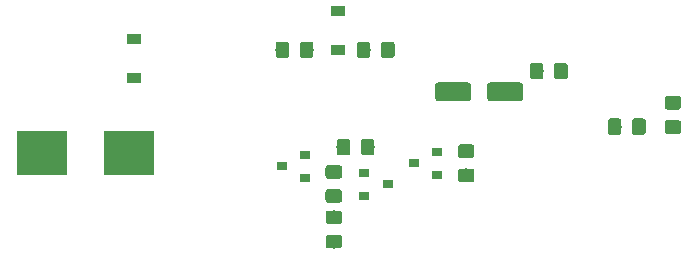
<source format=gtp>
G04 #@! TF.GenerationSoftware,KiCad,Pcbnew,5.1.2*
G04 #@! TF.CreationDate,2019-07-27T17:59:41+02:00*
G04 #@! TF.ProjectId,solarcampi,736f6c61-7263-4616-9d70-692e6b696361,C*
G04 #@! TF.SameCoordinates,Original*
G04 #@! TF.FileFunction,Paste,Top*
G04 #@! TF.FilePolarity,Positive*
%FSLAX46Y46*%
G04 Gerber Fmt 4.6, Leading zero omitted, Abs format (unit mm)*
G04 Created by KiCad (PCBNEW 5.1.2) date 2019-07-27 17:59:41*
%MOMM*%
%LPD*%
G04 APERTURE LIST*
%ADD10C,0.100000*%
%ADD11C,1.600000*%
%ADD12C,1.150000*%
%ADD13R,0.900000X0.800000*%
%ADD14R,1.200000X0.900000*%
%ADD15R,4.240000X3.810000*%
G04 APERTURE END LIST*
D10*
G36*
X92969504Y-63553204D02*
G01*
X92993773Y-63556804D01*
X93017571Y-63562765D01*
X93040671Y-63571030D01*
X93062849Y-63581520D01*
X93083893Y-63594133D01*
X93103598Y-63608747D01*
X93121777Y-63625223D01*
X93138253Y-63643402D01*
X93152867Y-63663107D01*
X93165480Y-63684151D01*
X93175970Y-63706329D01*
X93184235Y-63729429D01*
X93190196Y-63753227D01*
X93193796Y-63777496D01*
X93195000Y-63802000D01*
X93195000Y-64902000D01*
X93193796Y-64926504D01*
X93190196Y-64950773D01*
X93184235Y-64974571D01*
X93175970Y-64997671D01*
X93165480Y-65019849D01*
X93152867Y-65040893D01*
X93138253Y-65060598D01*
X93121777Y-65078777D01*
X93103598Y-65095253D01*
X93083893Y-65109867D01*
X93062849Y-65122480D01*
X93040671Y-65132970D01*
X93017571Y-65141235D01*
X92993773Y-65147196D01*
X92969504Y-65150796D01*
X92945000Y-65152000D01*
X90445000Y-65152000D01*
X90420496Y-65150796D01*
X90396227Y-65147196D01*
X90372429Y-65141235D01*
X90349329Y-65132970D01*
X90327151Y-65122480D01*
X90306107Y-65109867D01*
X90286402Y-65095253D01*
X90268223Y-65078777D01*
X90251747Y-65060598D01*
X90237133Y-65040893D01*
X90224520Y-65019849D01*
X90214030Y-64997671D01*
X90205765Y-64974571D01*
X90199804Y-64950773D01*
X90196204Y-64926504D01*
X90195000Y-64902000D01*
X90195000Y-63802000D01*
X90196204Y-63777496D01*
X90199804Y-63753227D01*
X90205765Y-63729429D01*
X90214030Y-63706329D01*
X90224520Y-63684151D01*
X90237133Y-63663107D01*
X90251747Y-63643402D01*
X90268223Y-63625223D01*
X90286402Y-63608747D01*
X90306107Y-63594133D01*
X90327151Y-63581520D01*
X90349329Y-63571030D01*
X90372429Y-63562765D01*
X90396227Y-63556804D01*
X90420496Y-63553204D01*
X90445000Y-63552000D01*
X92945000Y-63552000D01*
X92969504Y-63553204D01*
X92969504Y-63553204D01*
G37*
D11*
X91695000Y-64352000D03*
D10*
G36*
X88569504Y-63553204D02*
G01*
X88593773Y-63556804D01*
X88617571Y-63562765D01*
X88640671Y-63571030D01*
X88662849Y-63581520D01*
X88683893Y-63594133D01*
X88703598Y-63608747D01*
X88721777Y-63625223D01*
X88738253Y-63643402D01*
X88752867Y-63663107D01*
X88765480Y-63684151D01*
X88775970Y-63706329D01*
X88784235Y-63729429D01*
X88790196Y-63753227D01*
X88793796Y-63777496D01*
X88795000Y-63802000D01*
X88795000Y-64902000D01*
X88793796Y-64926504D01*
X88790196Y-64950773D01*
X88784235Y-64974571D01*
X88775970Y-64997671D01*
X88765480Y-65019849D01*
X88752867Y-65040893D01*
X88738253Y-65060598D01*
X88721777Y-65078777D01*
X88703598Y-65095253D01*
X88683893Y-65109867D01*
X88662849Y-65122480D01*
X88640671Y-65132970D01*
X88617571Y-65141235D01*
X88593773Y-65147196D01*
X88569504Y-65150796D01*
X88545000Y-65152000D01*
X86045000Y-65152000D01*
X86020496Y-65150796D01*
X85996227Y-65147196D01*
X85972429Y-65141235D01*
X85949329Y-65132970D01*
X85927151Y-65122480D01*
X85906107Y-65109867D01*
X85886402Y-65095253D01*
X85868223Y-65078777D01*
X85851747Y-65060598D01*
X85837133Y-65040893D01*
X85824520Y-65019849D01*
X85814030Y-64997671D01*
X85805765Y-64974571D01*
X85799804Y-64950773D01*
X85796204Y-64926504D01*
X85795000Y-64902000D01*
X85795000Y-63802000D01*
X85796204Y-63777496D01*
X85799804Y-63753227D01*
X85805765Y-63729429D01*
X85814030Y-63706329D01*
X85824520Y-63684151D01*
X85837133Y-63663107D01*
X85851747Y-63643402D01*
X85868223Y-63625223D01*
X85886402Y-63608747D01*
X85906107Y-63594133D01*
X85927151Y-63581520D01*
X85949329Y-63571030D01*
X85972429Y-63562765D01*
X85996227Y-63556804D01*
X86020496Y-63553204D01*
X86045000Y-63552000D01*
X88545000Y-63552000D01*
X88569504Y-63553204D01*
X88569504Y-63553204D01*
G37*
D11*
X87295000Y-64352000D03*
D10*
G36*
X80414505Y-68341204D02*
G01*
X80438773Y-68344804D01*
X80462572Y-68350765D01*
X80485671Y-68359030D01*
X80507850Y-68369520D01*
X80528893Y-68382132D01*
X80548599Y-68396747D01*
X80566777Y-68413223D01*
X80583253Y-68431401D01*
X80597868Y-68451107D01*
X80610480Y-68472150D01*
X80620970Y-68494329D01*
X80629235Y-68517428D01*
X80635196Y-68541227D01*
X80638796Y-68565495D01*
X80640000Y-68589999D01*
X80640000Y-69490001D01*
X80638796Y-69514505D01*
X80635196Y-69538773D01*
X80629235Y-69562572D01*
X80620970Y-69585671D01*
X80610480Y-69607850D01*
X80597868Y-69628893D01*
X80583253Y-69648599D01*
X80566777Y-69666777D01*
X80548599Y-69683253D01*
X80528893Y-69697868D01*
X80507850Y-69710480D01*
X80485671Y-69720970D01*
X80462572Y-69729235D01*
X80438773Y-69735196D01*
X80414505Y-69738796D01*
X80390001Y-69740000D01*
X79739999Y-69740000D01*
X79715495Y-69738796D01*
X79691227Y-69735196D01*
X79667428Y-69729235D01*
X79644329Y-69720970D01*
X79622150Y-69710480D01*
X79601107Y-69697868D01*
X79581401Y-69683253D01*
X79563223Y-69666777D01*
X79546747Y-69648599D01*
X79532132Y-69628893D01*
X79519520Y-69607850D01*
X79509030Y-69585671D01*
X79500765Y-69562572D01*
X79494804Y-69538773D01*
X79491204Y-69514505D01*
X79490000Y-69490001D01*
X79490000Y-68589999D01*
X79491204Y-68565495D01*
X79494804Y-68541227D01*
X79500765Y-68517428D01*
X79509030Y-68494329D01*
X79519520Y-68472150D01*
X79532132Y-68451107D01*
X79546747Y-68431401D01*
X79563223Y-68413223D01*
X79581401Y-68396747D01*
X79601107Y-68382132D01*
X79622150Y-68369520D01*
X79644329Y-68359030D01*
X79667428Y-68350765D01*
X79691227Y-68344804D01*
X79715495Y-68341204D01*
X79739999Y-68340000D01*
X80390001Y-68340000D01*
X80414505Y-68341204D01*
X80414505Y-68341204D01*
G37*
D12*
X80065000Y-69040000D03*
D10*
G36*
X78364505Y-68341204D02*
G01*
X78388773Y-68344804D01*
X78412572Y-68350765D01*
X78435671Y-68359030D01*
X78457850Y-68369520D01*
X78478893Y-68382132D01*
X78498599Y-68396747D01*
X78516777Y-68413223D01*
X78533253Y-68431401D01*
X78547868Y-68451107D01*
X78560480Y-68472150D01*
X78570970Y-68494329D01*
X78579235Y-68517428D01*
X78585196Y-68541227D01*
X78588796Y-68565495D01*
X78590000Y-68589999D01*
X78590000Y-69490001D01*
X78588796Y-69514505D01*
X78585196Y-69538773D01*
X78579235Y-69562572D01*
X78570970Y-69585671D01*
X78560480Y-69607850D01*
X78547868Y-69628893D01*
X78533253Y-69648599D01*
X78516777Y-69666777D01*
X78498599Y-69683253D01*
X78478893Y-69697868D01*
X78457850Y-69710480D01*
X78435671Y-69720970D01*
X78412572Y-69729235D01*
X78388773Y-69735196D01*
X78364505Y-69738796D01*
X78340001Y-69740000D01*
X77689999Y-69740000D01*
X77665495Y-69738796D01*
X77641227Y-69735196D01*
X77617428Y-69729235D01*
X77594329Y-69720970D01*
X77572150Y-69710480D01*
X77551107Y-69697868D01*
X77531401Y-69683253D01*
X77513223Y-69666777D01*
X77496747Y-69648599D01*
X77482132Y-69628893D01*
X77469520Y-69607850D01*
X77459030Y-69585671D01*
X77450765Y-69562572D01*
X77444804Y-69538773D01*
X77441204Y-69514505D01*
X77440000Y-69490001D01*
X77440000Y-68589999D01*
X77441204Y-68565495D01*
X77444804Y-68541227D01*
X77450765Y-68517428D01*
X77459030Y-68494329D01*
X77469520Y-68472150D01*
X77482132Y-68451107D01*
X77496747Y-68431401D01*
X77513223Y-68413223D01*
X77531401Y-68396747D01*
X77551107Y-68382132D01*
X77572150Y-68369520D01*
X77594329Y-68359030D01*
X77617428Y-68350765D01*
X77641227Y-68344804D01*
X77665495Y-68341204D01*
X77689999Y-68340000D01*
X78340001Y-68340000D01*
X78364505Y-68341204D01*
X78364505Y-68341204D01*
G37*
D12*
X78015000Y-69040000D03*
D13*
X72790000Y-70670000D03*
X74790000Y-69720000D03*
X74790000Y-71620000D03*
X83960000Y-70400000D03*
X85960000Y-69450000D03*
X85960000Y-71350000D03*
D10*
G36*
X77674505Y-74401204D02*
G01*
X77698773Y-74404804D01*
X77722572Y-74410765D01*
X77745671Y-74419030D01*
X77767850Y-74429520D01*
X77788893Y-74442132D01*
X77808599Y-74456747D01*
X77826777Y-74473223D01*
X77843253Y-74491401D01*
X77857868Y-74511107D01*
X77870480Y-74532150D01*
X77880970Y-74554329D01*
X77889235Y-74577428D01*
X77895196Y-74601227D01*
X77898796Y-74625495D01*
X77900000Y-74649999D01*
X77900000Y-75300001D01*
X77898796Y-75324505D01*
X77895196Y-75348773D01*
X77889235Y-75372572D01*
X77880970Y-75395671D01*
X77870480Y-75417850D01*
X77857868Y-75438893D01*
X77843253Y-75458599D01*
X77826777Y-75476777D01*
X77808599Y-75493253D01*
X77788893Y-75507868D01*
X77767850Y-75520480D01*
X77745671Y-75530970D01*
X77722572Y-75539235D01*
X77698773Y-75545196D01*
X77674505Y-75548796D01*
X77650001Y-75550000D01*
X76749999Y-75550000D01*
X76725495Y-75548796D01*
X76701227Y-75545196D01*
X76677428Y-75539235D01*
X76654329Y-75530970D01*
X76632150Y-75520480D01*
X76611107Y-75507868D01*
X76591401Y-75493253D01*
X76573223Y-75476777D01*
X76556747Y-75458599D01*
X76542132Y-75438893D01*
X76529520Y-75417850D01*
X76519030Y-75395671D01*
X76510765Y-75372572D01*
X76504804Y-75348773D01*
X76501204Y-75324505D01*
X76500000Y-75300001D01*
X76500000Y-74649999D01*
X76501204Y-74625495D01*
X76504804Y-74601227D01*
X76510765Y-74577428D01*
X76519030Y-74554329D01*
X76529520Y-74532150D01*
X76542132Y-74511107D01*
X76556747Y-74491401D01*
X76573223Y-74473223D01*
X76591401Y-74456747D01*
X76611107Y-74442132D01*
X76632150Y-74429520D01*
X76654329Y-74419030D01*
X76677428Y-74410765D01*
X76701227Y-74404804D01*
X76725495Y-74401204D01*
X76749999Y-74400000D01*
X77650001Y-74400000D01*
X77674505Y-74401204D01*
X77674505Y-74401204D01*
G37*
D12*
X77200000Y-74975000D03*
D10*
G36*
X77674505Y-76451204D02*
G01*
X77698773Y-76454804D01*
X77722572Y-76460765D01*
X77745671Y-76469030D01*
X77767850Y-76479520D01*
X77788893Y-76492132D01*
X77808599Y-76506747D01*
X77826777Y-76523223D01*
X77843253Y-76541401D01*
X77857868Y-76561107D01*
X77870480Y-76582150D01*
X77880970Y-76604329D01*
X77889235Y-76627428D01*
X77895196Y-76651227D01*
X77898796Y-76675495D01*
X77900000Y-76699999D01*
X77900000Y-77350001D01*
X77898796Y-77374505D01*
X77895196Y-77398773D01*
X77889235Y-77422572D01*
X77880970Y-77445671D01*
X77870480Y-77467850D01*
X77857868Y-77488893D01*
X77843253Y-77508599D01*
X77826777Y-77526777D01*
X77808599Y-77543253D01*
X77788893Y-77557868D01*
X77767850Y-77570480D01*
X77745671Y-77580970D01*
X77722572Y-77589235D01*
X77698773Y-77595196D01*
X77674505Y-77598796D01*
X77650001Y-77600000D01*
X76749999Y-77600000D01*
X76725495Y-77598796D01*
X76701227Y-77595196D01*
X76677428Y-77589235D01*
X76654329Y-77580970D01*
X76632150Y-77570480D01*
X76611107Y-77557868D01*
X76591401Y-77543253D01*
X76573223Y-77526777D01*
X76556747Y-77508599D01*
X76542132Y-77488893D01*
X76529520Y-77467850D01*
X76519030Y-77445671D01*
X76510765Y-77422572D01*
X76504804Y-77398773D01*
X76501204Y-77374505D01*
X76500000Y-77350001D01*
X76500000Y-76699999D01*
X76501204Y-76675495D01*
X76504804Y-76651227D01*
X76510765Y-76627428D01*
X76519030Y-76604329D01*
X76529520Y-76582150D01*
X76542132Y-76561107D01*
X76556747Y-76541401D01*
X76573223Y-76523223D01*
X76591401Y-76506747D01*
X76611107Y-76492132D01*
X76632150Y-76479520D01*
X76654329Y-76469030D01*
X76677428Y-76460765D01*
X76701227Y-76454804D01*
X76725495Y-76451204D01*
X76749999Y-76450000D01*
X77650001Y-76450000D01*
X77674505Y-76451204D01*
X77674505Y-76451204D01*
G37*
D12*
X77200000Y-77025000D03*
D10*
G36*
X88874505Y-70851204D02*
G01*
X88898773Y-70854804D01*
X88922572Y-70860765D01*
X88945671Y-70869030D01*
X88967850Y-70879520D01*
X88988893Y-70892132D01*
X89008599Y-70906747D01*
X89026777Y-70923223D01*
X89043253Y-70941401D01*
X89057868Y-70961107D01*
X89070480Y-70982150D01*
X89080970Y-71004329D01*
X89089235Y-71027428D01*
X89095196Y-71051227D01*
X89098796Y-71075495D01*
X89100000Y-71099999D01*
X89100000Y-71750001D01*
X89098796Y-71774505D01*
X89095196Y-71798773D01*
X89089235Y-71822572D01*
X89080970Y-71845671D01*
X89070480Y-71867850D01*
X89057868Y-71888893D01*
X89043253Y-71908599D01*
X89026777Y-71926777D01*
X89008599Y-71943253D01*
X88988893Y-71957868D01*
X88967850Y-71970480D01*
X88945671Y-71980970D01*
X88922572Y-71989235D01*
X88898773Y-71995196D01*
X88874505Y-71998796D01*
X88850001Y-72000000D01*
X87949999Y-72000000D01*
X87925495Y-71998796D01*
X87901227Y-71995196D01*
X87877428Y-71989235D01*
X87854329Y-71980970D01*
X87832150Y-71970480D01*
X87811107Y-71957868D01*
X87791401Y-71943253D01*
X87773223Y-71926777D01*
X87756747Y-71908599D01*
X87742132Y-71888893D01*
X87729520Y-71867850D01*
X87719030Y-71845671D01*
X87710765Y-71822572D01*
X87704804Y-71798773D01*
X87701204Y-71774505D01*
X87700000Y-71750001D01*
X87700000Y-71099999D01*
X87701204Y-71075495D01*
X87704804Y-71051227D01*
X87710765Y-71027428D01*
X87719030Y-71004329D01*
X87729520Y-70982150D01*
X87742132Y-70961107D01*
X87756747Y-70941401D01*
X87773223Y-70923223D01*
X87791401Y-70906747D01*
X87811107Y-70892132D01*
X87832150Y-70879520D01*
X87854329Y-70869030D01*
X87877428Y-70860765D01*
X87901227Y-70854804D01*
X87925495Y-70851204D01*
X87949999Y-70850000D01*
X88850001Y-70850000D01*
X88874505Y-70851204D01*
X88874505Y-70851204D01*
G37*
D12*
X88400000Y-71425000D03*
D10*
G36*
X88874505Y-68801204D02*
G01*
X88898773Y-68804804D01*
X88922572Y-68810765D01*
X88945671Y-68819030D01*
X88967850Y-68829520D01*
X88988893Y-68842132D01*
X89008599Y-68856747D01*
X89026777Y-68873223D01*
X89043253Y-68891401D01*
X89057868Y-68911107D01*
X89070480Y-68932150D01*
X89080970Y-68954329D01*
X89089235Y-68977428D01*
X89095196Y-69001227D01*
X89098796Y-69025495D01*
X89100000Y-69049999D01*
X89100000Y-69700001D01*
X89098796Y-69724505D01*
X89095196Y-69748773D01*
X89089235Y-69772572D01*
X89080970Y-69795671D01*
X89070480Y-69817850D01*
X89057868Y-69838893D01*
X89043253Y-69858599D01*
X89026777Y-69876777D01*
X89008599Y-69893253D01*
X88988893Y-69907868D01*
X88967850Y-69920480D01*
X88945671Y-69930970D01*
X88922572Y-69939235D01*
X88898773Y-69945196D01*
X88874505Y-69948796D01*
X88850001Y-69950000D01*
X87949999Y-69950000D01*
X87925495Y-69948796D01*
X87901227Y-69945196D01*
X87877428Y-69939235D01*
X87854329Y-69930970D01*
X87832150Y-69920480D01*
X87811107Y-69907868D01*
X87791401Y-69893253D01*
X87773223Y-69876777D01*
X87756747Y-69858599D01*
X87742132Y-69838893D01*
X87729520Y-69817850D01*
X87719030Y-69795671D01*
X87710765Y-69772572D01*
X87704804Y-69748773D01*
X87701204Y-69724505D01*
X87700000Y-69700001D01*
X87700000Y-69049999D01*
X87701204Y-69025495D01*
X87704804Y-69001227D01*
X87710765Y-68977428D01*
X87719030Y-68954329D01*
X87729520Y-68932150D01*
X87742132Y-68911107D01*
X87756747Y-68891401D01*
X87773223Y-68873223D01*
X87791401Y-68856747D01*
X87811107Y-68842132D01*
X87832150Y-68829520D01*
X87854329Y-68819030D01*
X87877428Y-68810765D01*
X87901227Y-68804804D01*
X87925495Y-68801204D01*
X87949999Y-68800000D01*
X88850001Y-68800000D01*
X88874505Y-68801204D01*
X88874505Y-68801204D01*
G37*
D12*
X88400000Y-69375000D03*
D14*
X60300000Y-59870000D03*
X60300000Y-63170000D03*
D10*
G36*
X82114505Y-60101204D02*
G01*
X82138773Y-60104804D01*
X82162572Y-60110765D01*
X82185671Y-60119030D01*
X82207850Y-60129520D01*
X82228893Y-60142132D01*
X82248599Y-60156747D01*
X82266777Y-60173223D01*
X82283253Y-60191401D01*
X82297868Y-60211107D01*
X82310480Y-60232150D01*
X82320970Y-60254329D01*
X82329235Y-60277428D01*
X82335196Y-60301227D01*
X82338796Y-60325495D01*
X82340000Y-60349999D01*
X82340000Y-61250001D01*
X82338796Y-61274505D01*
X82335196Y-61298773D01*
X82329235Y-61322572D01*
X82320970Y-61345671D01*
X82310480Y-61367850D01*
X82297868Y-61388893D01*
X82283253Y-61408599D01*
X82266777Y-61426777D01*
X82248599Y-61443253D01*
X82228893Y-61457868D01*
X82207850Y-61470480D01*
X82185671Y-61480970D01*
X82162572Y-61489235D01*
X82138773Y-61495196D01*
X82114505Y-61498796D01*
X82090001Y-61500000D01*
X81439999Y-61500000D01*
X81415495Y-61498796D01*
X81391227Y-61495196D01*
X81367428Y-61489235D01*
X81344329Y-61480970D01*
X81322150Y-61470480D01*
X81301107Y-61457868D01*
X81281401Y-61443253D01*
X81263223Y-61426777D01*
X81246747Y-61408599D01*
X81232132Y-61388893D01*
X81219520Y-61367850D01*
X81209030Y-61345671D01*
X81200765Y-61322572D01*
X81194804Y-61298773D01*
X81191204Y-61274505D01*
X81190000Y-61250001D01*
X81190000Y-60349999D01*
X81191204Y-60325495D01*
X81194804Y-60301227D01*
X81200765Y-60277428D01*
X81209030Y-60254329D01*
X81219520Y-60232150D01*
X81232132Y-60211107D01*
X81246747Y-60191401D01*
X81263223Y-60173223D01*
X81281401Y-60156747D01*
X81301107Y-60142132D01*
X81322150Y-60129520D01*
X81344329Y-60119030D01*
X81367428Y-60110765D01*
X81391227Y-60104804D01*
X81415495Y-60101204D01*
X81439999Y-60100000D01*
X82090001Y-60100000D01*
X82114505Y-60101204D01*
X82114505Y-60101204D01*
G37*
D12*
X81765000Y-60800000D03*
D10*
G36*
X80064505Y-60101204D02*
G01*
X80088773Y-60104804D01*
X80112572Y-60110765D01*
X80135671Y-60119030D01*
X80157850Y-60129520D01*
X80178893Y-60142132D01*
X80198599Y-60156747D01*
X80216777Y-60173223D01*
X80233253Y-60191401D01*
X80247868Y-60211107D01*
X80260480Y-60232150D01*
X80270970Y-60254329D01*
X80279235Y-60277428D01*
X80285196Y-60301227D01*
X80288796Y-60325495D01*
X80290000Y-60349999D01*
X80290000Y-61250001D01*
X80288796Y-61274505D01*
X80285196Y-61298773D01*
X80279235Y-61322572D01*
X80270970Y-61345671D01*
X80260480Y-61367850D01*
X80247868Y-61388893D01*
X80233253Y-61408599D01*
X80216777Y-61426777D01*
X80198599Y-61443253D01*
X80178893Y-61457868D01*
X80157850Y-61470480D01*
X80135671Y-61480970D01*
X80112572Y-61489235D01*
X80088773Y-61495196D01*
X80064505Y-61498796D01*
X80040001Y-61500000D01*
X79389999Y-61500000D01*
X79365495Y-61498796D01*
X79341227Y-61495196D01*
X79317428Y-61489235D01*
X79294329Y-61480970D01*
X79272150Y-61470480D01*
X79251107Y-61457868D01*
X79231401Y-61443253D01*
X79213223Y-61426777D01*
X79196747Y-61408599D01*
X79182132Y-61388893D01*
X79169520Y-61367850D01*
X79159030Y-61345671D01*
X79150765Y-61322572D01*
X79144804Y-61298773D01*
X79141204Y-61274505D01*
X79140000Y-61250001D01*
X79140000Y-60349999D01*
X79141204Y-60325495D01*
X79144804Y-60301227D01*
X79150765Y-60277428D01*
X79159030Y-60254329D01*
X79169520Y-60232150D01*
X79182132Y-60211107D01*
X79196747Y-60191401D01*
X79213223Y-60173223D01*
X79231401Y-60156747D01*
X79251107Y-60142132D01*
X79272150Y-60129520D01*
X79294329Y-60119030D01*
X79317428Y-60110765D01*
X79341227Y-60104804D01*
X79365495Y-60101204D01*
X79389999Y-60100000D01*
X80040001Y-60100000D01*
X80064505Y-60101204D01*
X80064505Y-60101204D01*
G37*
D12*
X79715000Y-60800000D03*
D10*
G36*
X106374505Y-64701204D02*
G01*
X106398773Y-64704804D01*
X106422572Y-64710765D01*
X106445671Y-64719030D01*
X106467850Y-64729520D01*
X106488893Y-64742132D01*
X106508599Y-64756747D01*
X106526777Y-64773223D01*
X106543253Y-64791401D01*
X106557868Y-64811107D01*
X106570480Y-64832150D01*
X106580970Y-64854329D01*
X106589235Y-64877428D01*
X106595196Y-64901227D01*
X106598796Y-64925495D01*
X106600000Y-64949999D01*
X106600000Y-65600001D01*
X106598796Y-65624505D01*
X106595196Y-65648773D01*
X106589235Y-65672572D01*
X106580970Y-65695671D01*
X106570480Y-65717850D01*
X106557868Y-65738893D01*
X106543253Y-65758599D01*
X106526777Y-65776777D01*
X106508599Y-65793253D01*
X106488893Y-65807868D01*
X106467850Y-65820480D01*
X106445671Y-65830970D01*
X106422572Y-65839235D01*
X106398773Y-65845196D01*
X106374505Y-65848796D01*
X106350001Y-65850000D01*
X105449999Y-65850000D01*
X105425495Y-65848796D01*
X105401227Y-65845196D01*
X105377428Y-65839235D01*
X105354329Y-65830970D01*
X105332150Y-65820480D01*
X105311107Y-65807868D01*
X105291401Y-65793253D01*
X105273223Y-65776777D01*
X105256747Y-65758599D01*
X105242132Y-65738893D01*
X105229520Y-65717850D01*
X105219030Y-65695671D01*
X105210765Y-65672572D01*
X105204804Y-65648773D01*
X105201204Y-65624505D01*
X105200000Y-65600001D01*
X105200000Y-64949999D01*
X105201204Y-64925495D01*
X105204804Y-64901227D01*
X105210765Y-64877428D01*
X105219030Y-64854329D01*
X105229520Y-64832150D01*
X105242132Y-64811107D01*
X105256747Y-64791401D01*
X105273223Y-64773223D01*
X105291401Y-64756747D01*
X105311107Y-64742132D01*
X105332150Y-64729520D01*
X105354329Y-64719030D01*
X105377428Y-64710765D01*
X105401227Y-64704804D01*
X105425495Y-64701204D01*
X105449999Y-64700000D01*
X106350001Y-64700000D01*
X106374505Y-64701204D01*
X106374505Y-64701204D01*
G37*
D12*
X105900000Y-65275000D03*
D10*
G36*
X106374505Y-66751204D02*
G01*
X106398773Y-66754804D01*
X106422572Y-66760765D01*
X106445671Y-66769030D01*
X106467850Y-66779520D01*
X106488893Y-66792132D01*
X106508599Y-66806747D01*
X106526777Y-66823223D01*
X106543253Y-66841401D01*
X106557868Y-66861107D01*
X106570480Y-66882150D01*
X106580970Y-66904329D01*
X106589235Y-66927428D01*
X106595196Y-66951227D01*
X106598796Y-66975495D01*
X106600000Y-66999999D01*
X106600000Y-67650001D01*
X106598796Y-67674505D01*
X106595196Y-67698773D01*
X106589235Y-67722572D01*
X106580970Y-67745671D01*
X106570480Y-67767850D01*
X106557868Y-67788893D01*
X106543253Y-67808599D01*
X106526777Y-67826777D01*
X106508599Y-67843253D01*
X106488893Y-67857868D01*
X106467850Y-67870480D01*
X106445671Y-67880970D01*
X106422572Y-67889235D01*
X106398773Y-67895196D01*
X106374505Y-67898796D01*
X106350001Y-67900000D01*
X105449999Y-67900000D01*
X105425495Y-67898796D01*
X105401227Y-67895196D01*
X105377428Y-67889235D01*
X105354329Y-67880970D01*
X105332150Y-67870480D01*
X105311107Y-67857868D01*
X105291401Y-67843253D01*
X105273223Y-67826777D01*
X105256747Y-67808599D01*
X105242132Y-67788893D01*
X105229520Y-67767850D01*
X105219030Y-67745671D01*
X105210765Y-67722572D01*
X105204804Y-67698773D01*
X105201204Y-67674505D01*
X105200000Y-67650001D01*
X105200000Y-66999999D01*
X105201204Y-66975495D01*
X105204804Y-66951227D01*
X105210765Y-66927428D01*
X105219030Y-66904329D01*
X105229520Y-66882150D01*
X105242132Y-66861107D01*
X105256747Y-66841401D01*
X105273223Y-66823223D01*
X105291401Y-66806747D01*
X105311107Y-66792132D01*
X105332150Y-66779520D01*
X105354329Y-66769030D01*
X105377428Y-66760765D01*
X105401227Y-66754804D01*
X105425495Y-66751204D01*
X105449999Y-66750000D01*
X106350001Y-66750000D01*
X106374505Y-66751204D01*
X106374505Y-66751204D01*
G37*
D12*
X105900000Y-67325000D03*
D10*
G36*
X101324505Y-66601204D02*
G01*
X101348773Y-66604804D01*
X101372572Y-66610765D01*
X101395671Y-66619030D01*
X101417850Y-66629520D01*
X101438893Y-66642132D01*
X101458599Y-66656747D01*
X101476777Y-66673223D01*
X101493253Y-66691401D01*
X101507868Y-66711107D01*
X101520480Y-66732150D01*
X101530970Y-66754329D01*
X101539235Y-66777428D01*
X101545196Y-66801227D01*
X101548796Y-66825495D01*
X101550000Y-66849999D01*
X101550000Y-67750001D01*
X101548796Y-67774505D01*
X101545196Y-67798773D01*
X101539235Y-67822572D01*
X101530970Y-67845671D01*
X101520480Y-67867850D01*
X101507868Y-67888893D01*
X101493253Y-67908599D01*
X101476777Y-67926777D01*
X101458599Y-67943253D01*
X101438893Y-67957868D01*
X101417850Y-67970480D01*
X101395671Y-67980970D01*
X101372572Y-67989235D01*
X101348773Y-67995196D01*
X101324505Y-67998796D01*
X101300001Y-68000000D01*
X100649999Y-68000000D01*
X100625495Y-67998796D01*
X100601227Y-67995196D01*
X100577428Y-67989235D01*
X100554329Y-67980970D01*
X100532150Y-67970480D01*
X100511107Y-67957868D01*
X100491401Y-67943253D01*
X100473223Y-67926777D01*
X100456747Y-67908599D01*
X100442132Y-67888893D01*
X100429520Y-67867850D01*
X100419030Y-67845671D01*
X100410765Y-67822572D01*
X100404804Y-67798773D01*
X100401204Y-67774505D01*
X100400000Y-67750001D01*
X100400000Y-66849999D01*
X100401204Y-66825495D01*
X100404804Y-66801227D01*
X100410765Y-66777428D01*
X100419030Y-66754329D01*
X100429520Y-66732150D01*
X100442132Y-66711107D01*
X100456747Y-66691401D01*
X100473223Y-66673223D01*
X100491401Y-66656747D01*
X100511107Y-66642132D01*
X100532150Y-66629520D01*
X100554329Y-66619030D01*
X100577428Y-66610765D01*
X100601227Y-66604804D01*
X100625495Y-66601204D01*
X100649999Y-66600000D01*
X101300001Y-66600000D01*
X101324505Y-66601204D01*
X101324505Y-66601204D01*
G37*
D12*
X100975000Y-67300000D03*
D10*
G36*
X103374505Y-66601204D02*
G01*
X103398773Y-66604804D01*
X103422572Y-66610765D01*
X103445671Y-66619030D01*
X103467850Y-66629520D01*
X103488893Y-66642132D01*
X103508599Y-66656747D01*
X103526777Y-66673223D01*
X103543253Y-66691401D01*
X103557868Y-66711107D01*
X103570480Y-66732150D01*
X103580970Y-66754329D01*
X103589235Y-66777428D01*
X103595196Y-66801227D01*
X103598796Y-66825495D01*
X103600000Y-66849999D01*
X103600000Y-67750001D01*
X103598796Y-67774505D01*
X103595196Y-67798773D01*
X103589235Y-67822572D01*
X103580970Y-67845671D01*
X103570480Y-67867850D01*
X103557868Y-67888893D01*
X103543253Y-67908599D01*
X103526777Y-67926777D01*
X103508599Y-67943253D01*
X103488893Y-67957868D01*
X103467850Y-67970480D01*
X103445671Y-67980970D01*
X103422572Y-67989235D01*
X103398773Y-67995196D01*
X103374505Y-67998796D01*
X103350001Y-68000000D01*
X102699999Y-68000000D01*
X102675495Y-67998796D01*
X102651227Y-67995196D01*
X102627428Y-67989235D01*
X102604329Y-67980970D01*
X102582150Y-67970480D01*
X102561107Y-67957868D01*
X102541401Y-67943253D01*
X102523223Y-67926777D01*
X102506747Y-67908599D01*
X102492132Y-67888893D01*
X102479520Y-67867850D01*
X102469030Y-67845671D01*
X102460765Y-67822572D01*
X102454804Y-67798773D01*
X102451204Y-67774505D01*
X102450000Y-67750001D01*
X102450000Y-66849999D01*
X102451204Y-66825495D01*
X102454804Y-66801227D01*
X102460765Y-66777428D01*
X102469030Y-66754329D01*
X102479520Y-66732150D01*
X102492132Y-66711107D01*
X102506747Y-66691401D01*
X102523223Y-66673223D01*
X102541401Y-66656747D01*
X102561107Y-66642132D01*
X102582150Y-66629520D01*
X102604329Y-66619030D01*
X102627428Y-66610765D01*
X102651227Y-66604804D01*
X102675495Y-66601204D01*
X102699999Y-66600000D01*
X103350001Y-66600000D01*
X103374505Y-66601204D01*
X103374505Y-66601204D01*
G37*
D12*
X103025000Y-67300000D03*
D14*
X77530000Y-57500000D03*
X77530000Y-60800000D03*
D15*
X59835000Y-69520000D03*
X52465000Y-69520000D03*
D10*
G36*
X77668505Y-70551204D02*
G01*
X77692773Y-70554804D01*
X77716572Y-70560765D01*
X77739671Y-70569030D01*
X77761850Y-70579520D01*
X77782893Y-70592132D01*
X77802599Y-70606747D01*
X77820777Y-70623223D01*
X77837253Y-70641401D01*
X77851868Y-70661107D01*
X77864480Y-70682150D01*
X77874970Y-70704329D01*
X77883235Y-70727428D01*
X77889196Y-70751227D01*
X77892796Y-70775495D01*
X77894000Y-70799999D01*
X77894000Y-71450001D01*
X77892796Y-71474505D01*
X77889196Y-71498773D01*
X77883235Y-71522572D01*
X77874970Y-71545671D01*
X77864480Y-71567850D01*
X77851868Y-71588893D01*
X77837253Y-71608599D01*
X77820777Y-71626777D01*
X77802599Y-71643253D01*
X77782893Y-71657868D01*
X77761850Y-71670480D01*
X77739671Y-71680970D01*
X77716572Y-71689235D01*
X77692773Y-71695196D01*
X77668505Y-71698796D01*
X77644001Y-71700000D01*
X76743999Y-71700000D01*
X76719495Y-71698796D01*
X76695227Y-71695196D01*
X76671428Y-71689235D01*
X76648329Y-71680970D01*
X76626150Y-71670480D01*
X76605107Y-71657868D01*
X76585401Y-71643253D01*
X76567223Y-71626777D01*
X76550747Y-71608599D01*
X76536132Y-71588893D01*
X76523520Y-71567850D01*
X76513030Y-71545671D01*
X76504765Y-71522572D01*
X76498804Y-71498773D01*
X76495204Y-71474505D01*
X76494000Y-71450001D01*
X76494000Y-70799999D01*
X76495204Y-70775495D01*
X76498804Y-70751227D01*
X76504765Y-70727428D01*
X76513030Y-70704329D01*
X76523520Y-70682150D01*
X76536132Y-70661107D01*
X76550747Y-70641401D01*
X76567223Y-70623223D01*
X76585401Y-70606747D01*
X76605107Y-70592132D01*
X76626150Y-70579520D01*
X76648329Y-70569030D01*
X76671428Y-70560765D01*
X76695227Y-70554804D01*
X76719495Y-70551204D01*
X76743999Y-70550000D01*
X77644001Y-70550000D01*
X77668505Y-70551204D01*
X77668505Y-70551204D01*
G37*
D12*
X77194000Y-71125000D03*
D10*
G36*
X77668505Y-72601204D02*
G01*
X77692773Y-72604804D01*
X77716572Y-72610765D01*
X77739671Y-72619030D01*
X77761850Y-72629520D01*
X77782893Y-72642132D01*
X77802599Y-72656747D01*
X77820777Y-72673223D01*
X77837253Y-72691401D01*
X77851868Y-72711107D01*
X77864480Y-72732150D01*
X77874970Y-72754329D01*
X77883235Y-72777428D01*
X77889196Y-72801227D01*
X77892796Y-72825495D01*
X77894000Y-72849999D01*
X77894000Y-73500001D01*
X77892796Y-73524505D01*
X77889196Y-73548773D01*
X77883235Y-73572572D01*
X77874970Y-73595671D01*
X77864480Y-73617850D01*
X77851868Y-73638893D01*
X77837253Y-73658599D01*
X77820777Y-73676777D01*
X77802599Y-73693253D01*
X77782893Y-73707868D01*
X77761850Y-73720480D01*
X77739671Y-73730970D01*
X77716572Y-73739235D01*
X77692773Y-73745196D01*
X77668505Y-73748796D01*
X77644001Y-73750000D01*
X76743999Y-73750000D01*
X76719495Y-73748796D01*
X76695227Y-73745196D01*
X76671428Y-73739235D01*
X76648329Y-73730970D01*
X76626150Y-73720480D01*
X76605107Y-73707868D01*
X76585401Y-73693253D01*
X76567223Y-73676777D01*
X76550747Y-73658599D01*
X76536132Y-73638893D01*
X76523520Y-73617850D01*
X76513030Y-73595671D01*
X76504765Y-73572572D01*
X76498804Y-73548773D01*
X76495204Y-73524505D01*
X76494000Y-73500001D01*
X76494000Y-72849999D01*
X76495204Y-72825495D01*
X76498804Y-72801227D01*
X76504765Y-72777428D01*
X76513030Y-72754329D01*
X76523520Y-72732150D01*
X76536132Y-72711107D01*
X76550747Y-72691401D01*
X76567223Y-72673223D01*
X76585401Y-72656747D01*
X76605107Y-72642132D01*
X76626150Y-72629520D01*
X76648329Y-72619030D01*
X76671428Y-72610765D01*
X76695227Y-72604804D01*
X76719495Y-72601204D01*
X76743999Y-72600000D01*
X77644001Y-72600000D01*
X77668505Y-72601204D01*
X77668505Y-72601204D01*
G37*
D12*
X77194000Y-73175000D03*
D13*
X81750000Y-72178000D03*
X79750000Y-73128000D03*
X79750000Y-71228000D03*
D10*
G36*
X73195505Y-60098204D02*
G01*
X73219773Y-60101804D01*
X73243572Y-60107765D01*
X73266671Y-60116030D01*
X73288850Y-60126520D01*
X73309893Y-60139132D01*
X73329599Y-60153747D01*
X73347777Y-60170223D01*
X73364253Y-60188401D01*
X73378868Y-60208107D01*
X73391480Y-60229150D01*
X73401970Y-60251329D01*
X73410235Y-60274428D01*
X73416196Y-60298227D01*
X73419796Y-60322495D01*
X73421000Y-60346999D01*
X73421000Y-61247001D01*
X73419796Y-61271505D01*
X73416196Y-61295773D01*
X73410235Y-61319572D01*
X73401970Y-61342671D01*
X73391480Y-61364850D01*
X73378868Y-61385893D01*
X73364253Y-61405599D01*
X73347777Y-61423777D01*
X73329599Y-61440253D01*
X73309893Y-61454868D01*
X73288850Y-61467480D01*
X73266671Y-61477970D01*
X73243572Y-61486235D01*
X73219773Y-61492196D01*
X73195505Y-61495796D01*
X73171001Y-61497000D01*
X72520999Y-61497000D01*
X72496495Y-61495796D01*
X72472227Y-61492196D01*
X72448428Y-61486235D01*
X72425329Y-61477970D01*
X72403150Y-61467480D01*
X72382107Y-61454868D01*
X72362401Y-61440253D01*
X72344223Y-61423777D01*
X72327747Y-61405599D01*
X72313132Y-61385893D01*
X72300520Y-61364850D01*
X72290030Y-61342671D01*
X72281765Y-61319572D01*
X72275804Y-61295773D01*
X72272204Y-61271505D01*
X72271000Y-61247001D01*
X72271000Y-60346999D01*
X72272204Y-60322495D01*
X72275804Y-60298227D01*
X72281765Y-60274428D01*
X72290030Y-60251329D01*
X72300520Y-60229150D01*
X72313132Y-60208107D01*
X72327747Y-60188401D01*
X72344223Y-60170223D01*
X72362401Y-60153747D01*
X72382107Y-60139132D01*
X72403150Y-60126520D01*
X72425329Y-60116030D01*
X72448428Y-60107765D01*
X72472227Y-60101804D01*
X72496495Y-60098204D01*
X72520999Y-60097000D01*
X73171001Y-60097000D01*
X73195505Y-60098204D01*
X73195505Y-60098204D01*
G37*
D12*
X72846000Y-60797000D03*
D10*
G36*
X75245505Y-60098204D02*
G01*
X75269773Y-60101804D01*
X75293572Y-60107765D01*
X75316671Y-60116030D01*
X75338850Y-60126520D01*
X75359893Y-60139132D01*
X75379599Y-60153747D01*
X75397777Y-60170223D01*
X75414253Y-60188401D01*
X75428868Y-60208107D01*
X75441480Y-60229150D01*
X75451970Y-60251329D01*
X75460235Y-60274428D01*
X75466196Y-60298227D01*
X75469796Y-60322495D01*
X75471000Y-60346999D01*
X75471000Y-61247001D01*
X75469796Y-61271505D01*
X75466196Y-61295773D01*
X75460235Y-61319572D01*
X75451970Y-61342671D01*
X75441480Y-61364850D01*
X75428868Y-61385893D01*
X75414253Y-61405599D01*
X75397777Y-61423777D01*
X75379599Y-61440253D01*
X75359893Y-61454868D01*
X75338850Y-61467480D01*
X75316671Y-61477970D01*
X75293572Y-61486235D01*
X75269773Y-61492196D01*
X75245505Y-61495796D01*
X75221001Y-61497000D01*
X74570999Y-61497000D01*
X74546495Y-61495796D01*
X74522227Y-61492196D01*
X74498428Y-61486235D01*
X74475329Y-61477970D01*
X74453150Y-61467480D01*
X74432107Y-61454868D01*
X74412401Y-61440253D01*
X74394223Y-61423777D01*
X74377747Y-61405599D01*
X74363132Y-61385893D01*
X74350520Y-61364850D01*
X74340030Y-61342671D01*
X74331765Y-61319572D01*
X74325804Y-61295773D01*
X74322204Y-61271505D01*
X74321000Y-61247001D01*
X74321000Y-60346999D01*
X74322204Y-60322495D01*
X74325804Y-60298227D01*
X74331765Y-60274428D01*
X74340030Y-60251329D01*
X74350520Y-60229150D01*
X74363132Y-60208107D01*
X74377747Y-60188401D01*
X74394223Y-60170223D01*
X74412401Y-60153747D01*
X74432107Y-60139132D01*
X74453150Y-60126520D01*
X74475329Y-60116030D01*
X74498428Y-60107765D01*
X74522227Y-60101804D01*
X74546495Y-60098204D01*
X74570999Y-60097000D01*
X75221001Y-60097000D01*
X75245505Y-60098204D01*
X75245505Y-60098204D01*
G37*
D12*
X74896000Y-60797000D03*
D10*
G36*
X94724505Y-61901204D02*
G01*
X94748773Y-61904804D01*
X94772572Y-61910765D01*
X94795671Y-61919030D01*
X94817850Y-61929520D01*
X94838893Y-61942132D01*
X94858599Y-61956747D01*
X94876777Y-61973223D01*
X94893253Y-61991401D01*
X94907868Y-62011107D01*
X94920480Y-62032150D01*
X94930970Y-62054329D01*
X94939235Y-62077428D01*
X94945196Y-62101227D01*
X94948796Y-62125495D01*
X94950000Y-62149999D01*
X94950000Y-63050001D01*
X94948796Y-63074505D01*
X94945196Y-63098773D01*
X94939235Y-63122572D01*
X94930970Y-63145671D01*
X94920480Y-63167850D01*
X94907868Y-63188893D01*
X94893253Y-63208599D01*
X94876777Y-63226777D01*
X94858599Y-63243253D01*
X94838893Y-63257868D01*
X94817850Y-63270480D01*
X94795671Y-63280970D01*
X94772572Y-63289235D01*
X94748773Y-63295196D01*
X94724505Y-63298796D01*
X94700001Y-63300000D01*
X94049999Y-63300000D01*
X94025495Y-63298796D01*
X94001227Y-63295196D01*
X93977428Y-63289235D01*
X93954329Y-63280970D01*
X93932150Y-63270480D01*
X93911107Y-63257868D01*
X93891401Y-63243253D01*
X93873223Y-63226777D01*
X93856747Y-63208599D01*
X93842132Y-63188893D01*
X93829520Y-63167850D01*
X93819030Y-63145671D01*
X93810765Y-63122572D01*
X93804804Y-63098773D01*
X93801204Y-63074505D01*
X93800000Y-63050001D01*
X93800000Y-62149999D01*
X93801204Y-62125495D01*
X93804804Y-62101227D01*
X93810765Y-62077428D01*
X93819030Y-62054329D01*
X93829520Y-62032150D01*
X93842132Y-62011107D01*
X93856747Y-61991401D01*
X93873223Y-61973223D01*
X93891401Y-61956747D01*
X93911107Y-61942132D01*
X93932150Y-61929520D01*
X93954329Y-61919030D01*
X93977428Y-61910765D01*
X94001227Y-61904804D01*
X94025495Y-61901204D01*
X94049999Y-61900000D01*
X94700001Y-61900000D01*
X94724505Y-61901204D01*
X94724505Y-61901204D01*
G37*
D12*
X94375000Y-62600000D03*
D10*
G36*
X96774505Y-61901204D02*
G01*
X96798773Y-61904804D01*
X96822572Y-61910765D01*
X96845671Y-61919030D01*
X96867850Y-61929520D01*
X96888893Y-61942132D01*
X96908599Y-61956747D01*
X96926777Y-61973223D01*
X96943253Y-61991401D01*
X96957868Y-62011107D01*
X96970480Y-62032150D01*
X96980970Y-62054329D01*
X96989235Y-62077428D01*
X96995196Y-62101227D01*
X96998796Y-62125495D01*
X97000000Y-62149999D01*
X97000000Y-63050001D01*
X96998796Y-63074505D01*
X96995196Y-63098773D01*
X96989235Y-63122572D01*
X96980970Y-63145671D01*
X96970480Y-63167850D01*
X96957868Y-63188893D01*
X96943253Y-63208599D01*
X96926777Y-63226777D01*
X96908599Y-63243253D01*
X96888893Y-63257868D01*
X96867850Y-63270480D01*
X96845671Y-63280970D01*
X96822572Y-63289235D01*
X96798773Y-63295196D01*
X96774505Y-63298796D01*
X96750001Y-63300000D01*
X96099999Y-63300000D01*
X96075495Y-63298796D01*
X96051227Y-63295196D01*
X96027428Y-63289235D01*
X96004329Y-63280970D01*
X95982150Y-63270480D01*
X95961107Y-63257868D01*
X95941401Y-63243253D01*
X95923223Y-63226777D01*
X95906747Y-63208599D01*
X95892132Y-63188893D01*
X95879520Y-63167850D01*
X95869030Y-63145671D01*
X95860765Y-63122572D01*
X95854804Y-63098773D01*
X95851204Y-63074505D01*
X95850000Y-63050001D01*
X95850000Y-62149999D01*
X95851204Y-62125495D01*
X95854804Y-62101227D01*
X95860765Y-62077428D01*
X95869030Y-62054329D01*
X95879520Y-62032150D01*
X95892132Y-62011107D01*
X95906747Y-61991401D01*
X95923223Y-61973223D01*
X95941401Y-61956747D01*
X95961107Y-61942132D01*
X95982150Y-61929520D01*
X96004329Y-61919030D01*
X96027428Y-61910765D01*
X96051227Y-61904804D01*
X96075495Y-61901204D01*
X96099999Y-61900000D01*
X96750001Y-61900000D01*
X96774505Y-61901204D01*
X96774505Y-61901204D01*
G37*
D12*
X96425000Y-62600000D03*
M02*

</source>
